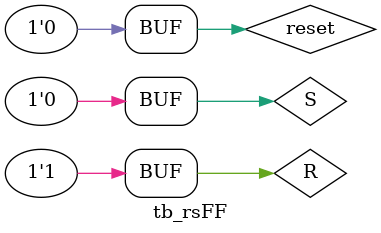
<source format=v>
`timescale 1ns /1ps
module tb_rsFF;
    parameter step = 10;

    reg R, S, reset;
    wire out;


    rsFF DUT (  .reset(reset), 
                .S(S), .R(R),
                .out(out)
            );


    initial begin
        R = 0;
        S = 0;
        reset = 0; 
        
        #(step) reset = 1;
        #(step) reset = 0;

        #(step) S = 1;
        #(step) S = 0;

        #(step) S = 1;
        #(step) R = 1;
        #(step) R = 0;
        #(step) S = 0;


        #(step) R = 1;
        #(step) S = 1;
        #(step) R = 0;
        #(step) R = 1;
        #(step) S = 0;
    end
endmodule



</source>
